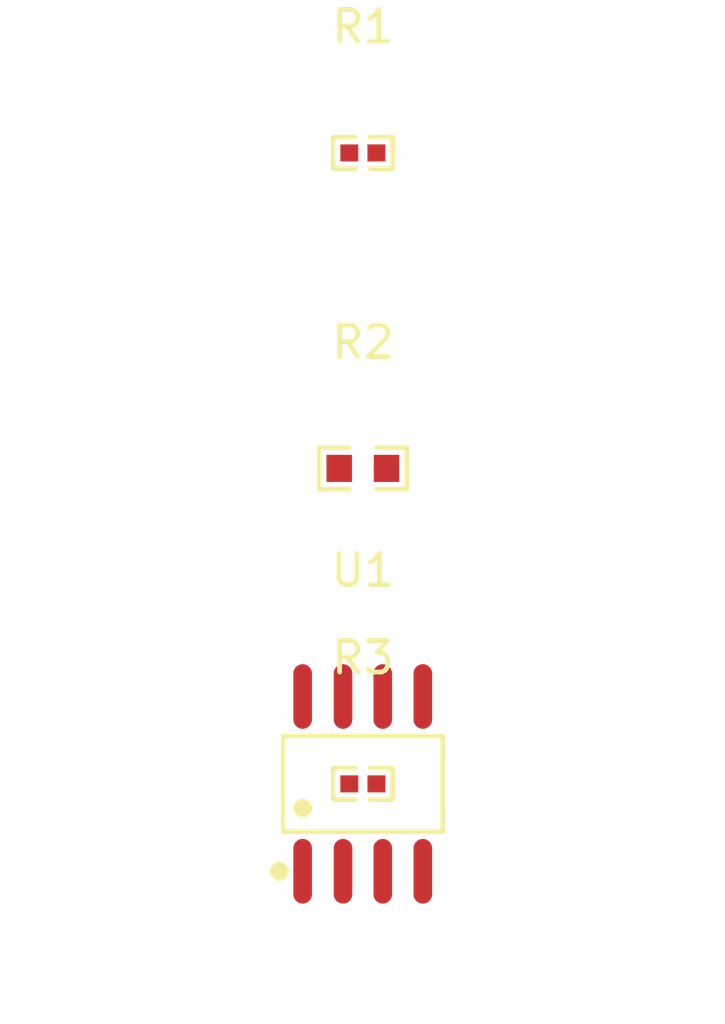
<source format=kicad_pcb>
(kicad_pcb (version 20241229) (generator "atopile") (generator_version "0.8.2")
  (layers (0 "F.Cu" signal) (31 "B.Cu" signal) (34 "B.Paste" user) (35 "F.Paste" user) (36 "B.SilkS" user "B.Silkscreen") (37 "F.SilkS" user "F.Silkscreen") (38 "B.Mask" user) (39 "F.Mask" user) (44 "Edge.Cuts" user))
  (net 0 "")
  (net 4 "inverting_input[1]")
  (net 5 "output[1]")
  (net 6 "non_inverting_input[1]")
  (net 9 "inverting_input")
  (net 2 "non_inverting_input")
  (net 8 "gnd")
  (net 11 "hv")
  (net 12 "output")
  (footprint "Texas_Instruments_NE5532DR:SOIC-8_L4.9-W3.9-P1.27-LS6.0-BL" (layer "F.Cu") (at 0 0 0)
    (property "Reference" "U1" (at 0 -6.77 0) (layer "F.SilkS") (hide no))
    (property "Value" "BW CMRR Ib Vos GBW Iout SR")
    (fp_line (start -2.53 1.52) (end -2.53 -1.52) (stroke (width 0.15)) (layer "F.SilkS"))
    (fp_line (start -2.53 -1.52) (end 2.53 -1.52) (stroke (width 0.15)) (layer "F.SilkS"))
    (fp_line (start 2.53 -1.52) (end 2.53 1.52) (stroke (width 0.15)) (layer "F.SilkS"))
    (fp_line (start 2.53 1.52) (end -2.53 1.52) (stroke (width 0.15)) (layer "F.SilkS"))
    (fp_circle (center -1.91 0.77) (end -1.76 0.77) (stroke (width 0.3)) (fill no) (layer "F.SilkS"))
    (fp_circle (center -2.65 2.77) (end -2.5 2.77) (stroke (width 0.3)) (fill no) (layer "F.SilkS"))
    (fp_text user "${REFERENCE}" (at 0 -6.77 0) (layer "F.SilkS"))
    (pad "1" smd oval (at -1.91 2.77 0) (size 0.59 2.05) (layers "F.Cu" "F.Paste" "F.Mask") (net 12 "output"))
    (pad "2" smd oval (at -0.63 2.77 0) (size 0.59 2.05) (layers "F.Cu" "F.Paste" "F.Mask") (net 9 "inverting_input"))
    (pad "3" smd oval (at 0.63 2.77 0) (size 0.59 2.05) (layers "F.Cu" "F.Paste" "F.Mask") (net 2 "non_inverting_input"))
    (pad "4" smd oval (at 1.9 2.77 0) (size 0.59 2.05) (layers "F.Cu" "F.Paste" "F.Mask") (net 8 "gnd"))
    (pad "8" smd oval (at -1.91 -2.77 0) (size 0.59 2.05) (layers "F.Cu" "F.Paste" "F.Mask") (net 11 "hv"))
    (pad "7" smd oval (at -0.63 -2.77 0) (size 0.59 2.05) (layers "F.Cu" "F.Paste" "F.Mask") (net 5 "output[1]"))
    (pad "6" smd oval (at 0.63 -2.77 0) (size 0.59 2.05) (layers "F.Cu" "F.Paste" "F.Mask") (net 4 "inverting_input[1]"))
    (pad "5" smd oval (at 1.9 -2.77 0) (size 0.59 2.05) (layers "F.Cu" "F.Paste" "F.Mask") (net 6 "non_inverting_input[1]"))
  )
  (footprint "RALEC_RTT025002FTH:R0402" (layer "F.Cu") (at 0 0 0)
    (property "Reference" "R3" (at 0 -4 0) (layer "F.SilkS") (hide no))
    (property "Value" "50kΩ ±1% 62.5mW")
    (fp_line (start -0.23 0.5) (end -0.94 0.5) (stroke (width 0.15)) (layer "F.SilkS"))
    (fp_line (start -0.94 0.5) (end -0.94 -0.5) (stroke (width 0.15)) (layer "F.SilkS"))
    (fp_line (start -0.94 -0.5) (end -0.23 -0.5) (stroke (width 0.15)) (layer "F.SilkS"))
    (fp_line (start 0.23 0.5) (end 0.94 0.5) (stroke (width 0.15)) (layer "F.SilkS"))
    (fp_line (start 0.94 0.5) (end 0.94 -0.5) (stroke (width 0.15)) (layer "F.SilkS"))
    (fp_line (start 0.94 -0.5) (end 0.23 -0.5) (stroke (width 0.15)) (layer "F.SilkS"))
    (fp_text user "${REFERENCE}" (at 0 -4 0) (layer "F.SilkS"))
    (pad "2" smd rect (at 0.43 0 0) (size 0.57 0.54) (layers "F.Cu" "F.Paste" "F.Mask") (net 8 "gnd"))
    (pad "1" smd rect (at -0.43 0 0) (size 0.57 0.54) (layers "F.Cu" "F.Paste" "F.Mask") (net 2 "non_inverting_input"))
  )
  (footprint "UNI_ROYAL_0603WAF1003T5E:R0603" (layer "F.Cu") (at 0 -10 0)
    (property "Reference" "R2" (at 0 -4 0) (layer "F.SilkS") (hide no))
    (property "Value" "100kΩ ±1% 100mW")
    (fp_line (start 0.43 0.66) (end 1.39 0.66) (stroke (width 0.15)) (layer "F.SilkS"))
    (fp_line (start 1.39 0.66) (end 1.39 -0.66) (stroke (width 0.15)) (layer "F.SilkS"))
    (fp_line (start 1.39 -0.66) (end 0.43 -0.66) (stroke (width 0.15)) (layer "F.SilkS"))
    (fp_line (start -0.43 0.66) (end -1.39 0.66) (stroke (width 0.15)) (layer "F.SilkS"))
    (fp_line (start -1.39 0.66) (end -1.39 -0.66) (stroke (width 0.15)) (layer "F.SilkS"))
    (fp_line (start -1.39 -0.66) (end -0.43 -0.66) (stroke (width 0.15)) (layer "F.SilkS"))
    (fp_text user "${REFERENCE}" (at 0 -4 0) (layer "F.SilkS"))
    (pad "2" smd rect (at 0.75 0 0) (size 0.81 0.86) (layers "F.Cu" "F.Paste" "F.Mask") (net 2 "non_inverting_input"))
    (pad "1" smd rect (at -0.75 0 0) (size 0.81 0.86) (layers "F.Cu" "F.Paste" "F.Mask") (net 11 "hv"))
  )
  (footprint "RALEC_RTT025002FTH:R0402" (layer "F.Cu") (at 0 -20 0)
    (property "Reference" "R1" (at 0 -4 0) (layer "F.SilkS") (hide no))
    (property "Value" "50kΩ ±1% 62.5mW")
    (fp_line (start -0.23 0.5) (end -0.94 0.5) (stroke (width 0.15)) (layer "F.SilkS"))
    (fp_line (start -0.94 0.5) (end -0.94 -0.5) (stroke (width 0.15)) (layer "F.SilkS"))
    (fp_line (start -0.94 -0.5) (end -0.23 -0.5) (stroke (width 0.15)) (layer "F.SilkS"))
    (fp_line (start 0.23 0.5) (end 0.94 0.5) (stroke (width 0.15)) (layer "F.SilkS"))
    (fp_line (start 0.94 0.5) (end 0.94 -0.5) (stroke (width 0.15)) (layer "F.SilkS"))
    (fp_line (start 0.94 -0.5) (end 0.23 -0.5) (stroke (width 0.15)) (layer "F.SilkS"))
    (fp_text user "${REFERENCE}" (at 0 -4 0) (layer "F.SilkS"))
    (pad "2" smd rect (at 0.43 0 0) (size 0.57 0.54) (layers "F.Cu" "F.Paste" "F.Mask") (net 12 "output"))
    (pad "1" smd rect (at -0.43 0 0) (size 0.57 0.54) (layers "F.Cu" "F.Paste" "F.Mask") (net 2 "non_inverting_input"))
  )
)
</source>
